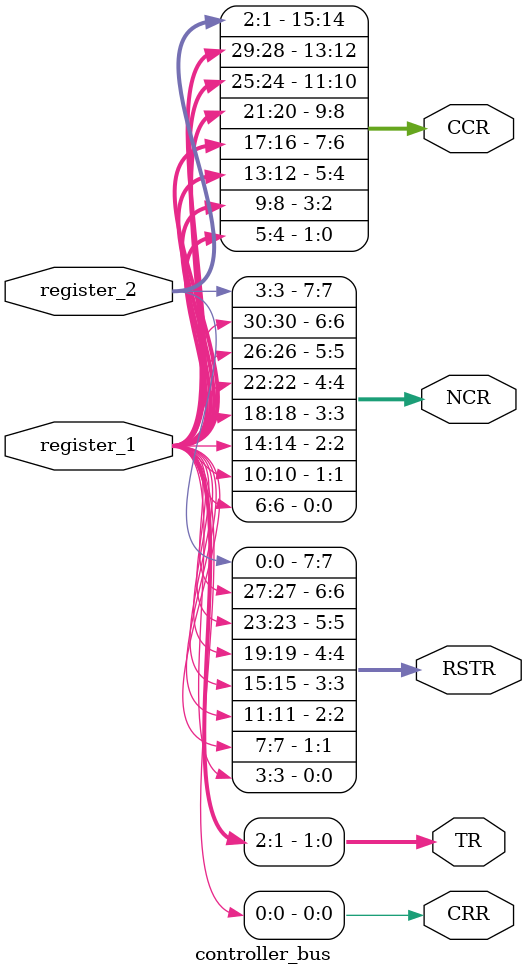
<source format=v>

module controller_bus #(
    parameter NUM_BUTTONS = 8  // Parâmetro para definir o número de botões
) (
    input  wire [31:0]                register_1, // Array de registradores
    input  wire [31:0]                register_2, // Array de registradores
	output wire                       CRR,                          // Clock Reset Register
    output wire [1:0]                 TR,                           // Time Register
    output wire [NUM_BUTTONS - 1:0]   RSTR,                         // Reset Register
    output wire [NUM_BUTTONS - 1:0]   NCR,                          // Noise Cancelling Register
    output wire [2*NUM_BUTTONS - 1:0] CCR                           // Capture Control Register
);

    assign CRR  = register_1[0]; // Clock Reset Register
    assign TR   = register_1[2:1]; // Time Register
    assign NCR  = {register_2[3],   register_1[30],    register_1[26],    register_1[22],    register_1[18],    register_1[14],    register_1[10],  register_1[6]}; // Noise Cancelling Register
    assign CCR  = {register_2[2:1], register_1[29:28], register_1[25:24], register_1[21:20], register_1[17:16], register_1[13:12], register_1[9:8], register_1[5:4]}; // Capture Control Register
    assign RSTR = {register_2[0],   register_1[27],    register_1[23],    register_1[19],    register_1[15],    register_1[11],    register_1[7],   register_1[3]}; // Reset Register

endmodule

</source>
